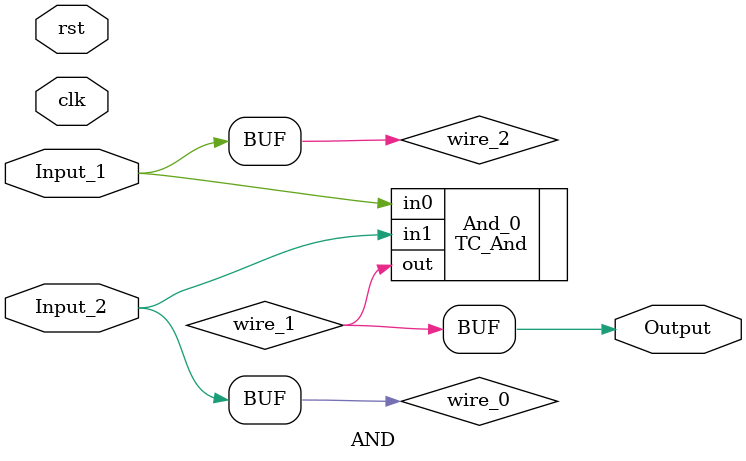
<source format=v>
module AND (clk, rst, Input_1, Input_2, Output);
  parameter UUID = 0;
  parameter NAME = "";
  input wire clk;
  input wire rst;

  input  wire [0:0] Input_1;
  input  wire [0:0] Input_2;
  output  wire [0:0] Output;

  TC_And # (.UUID(64'd1249047877186244380 ^ UUID), .BIT_WIDTH(64'd1)) And_0 (.in0(wire_2), .in1(wire_0), .out(wire_1));

  wire [0:0] wire_0;
  assign wire_0 = Input_2;
  wire [0:0] wire_1;
  assign Output = wire_1;
  wire [0:0] wire_2;
  assign wire_2 = Input_1;

endmodule

</source>
